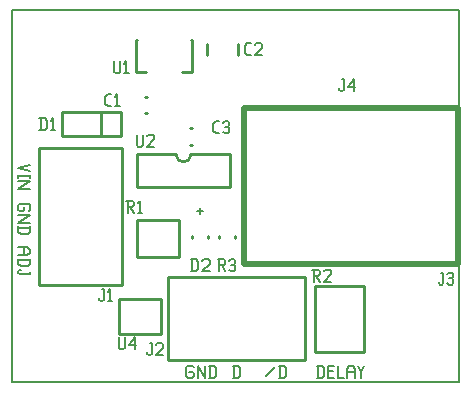
<source format=gbr>
G04 start of page 9 for group -4079 idx -4079 *
G04 Title: (unknown), topsilk *
G04 Creator: pcb 20140316 *
G04 CreationDate: Tue 10 May 2016 09:14:39 AM GMT UTC *
G04 For: ndholmes *
G04 Format: Gerber/RS-274X *
G04 PCB-Dimensions (mil): 1500.00 1250.00 *
G04 PCB-Coordinate-Origin: lower left *
%MOIN*%
%FSLAX25Y25*%
%LNTOPSILK*%
%ADD82C,0.0200*%
%ADD81C,0.0100*%
%ADD80C,0.0060*%
%ADD79C,0.0080*%
G54D79*X500Y500D02*X149500D01*
Y124500D01*
X500D01*
Y500D01*
G54D80*X60500Y6000D02*X61000Y5500D01*
X59000Y6000D02*X60500D01*
X58500Y5500D02*X59000Y6000D01*
X58500Y5500D02*Y2500D01*
X59000Y2000D01*
X60500D01*
X61000Y2500D01*
Y3500D02*Y2500D01*
X60500Y4000D02*X61000Y3500D01*
X59500Y4000D02*X60500D01*
X62200Y6000D02*Y2000D01*
Y6000D02*X64700Y2000D01*
Y6000D02*Y2000D01*
X66400Y6000D02*Y2000D01*
X67700Y6000D02*X68400Y5300D01*
Y2700D01*
X67700Y2000D02*X68400Y2700D01*
X65900Y2000D02*X67700D01*
X65900Y6000D02*X67700D01*
X85000Y2500D02*X88000Y5500D01*
X89700Y6000D02*Y2000D01*
X91000Y6000D02*X91700Y5300D01*
Y2700D01*
X91000Y2000D02*X91700Y2700D01*
X89200Y2000D02*X91000D01*
X89200Y6000D02*X91000D01*
X102500D02*Y2000D01*
X103800Y6000D02*X104500Y5300D01*
Y2700D01*
X103800Y2000D02*X104500Y2700D01*
X102000Y2000D02*X103800D01*
X102000Y6000D02*X103800D01*
X105700Y4200D02*X107200D01*
X105700Y2000D02*X107700D01*
X105700Y6000D02*Y2000D01*
Y6000D02*X107700D01*
X108900D02*Y2000D01*
X110900D01*
X112100Y5000D02*Y2000D01*
Y5000D02*X112800Y6000D01*
X113900D01*
X114600Y5000D01*
Y2000D01*
X112100Y4000D02*X114600D01*
X115800Y6000D02*X116800Y4000D01*
X117800Y6000D01*
X116800Y4000D02*Y2000D01*
X74500Y6000D02*Y2000D01*
X75800Y6000D02*X76500Y5300D01*
Y2700D01*
X75800Y2000D02*X76500Y2700D01*
X74000Y2000D02*X75800D01*
X74000Y6000D02*X75800D01*
X6500Y73000D02*X2500Y72000D01*
X6500Y71000D01*
Y69800D02*Y68800D01*
X2500Y69300D02*X6500D01*
X2500Y69800D02*Y68800D01*
Y67600D02*X6500D01*
X2500Y65100D01*
X6500D01*
Y58000D02*X6000Y57500D01*
X6500Y59500D02*Y58000D01*
X6000Y60000D02*X6500Y59500D01*
X3000Y60000D02*X6000D01*
X3000D02*X2500Y59500D01*
Y58000D01*
X3000Y57500D01*
X4000D01*
X4500Y58000D02*X4000Y57500D01*
X4500Y59000D02*Y58000D01*
X2500Y56300D02*X6500D01*
X2500Y53800D01*
X6500D01*
X2500Y52100D02*X6500D01*
Y50800D02*X5800Y50100D01*
X3200D02*X5800D01*
X2500Y50800D02*X3200Y50100D01*
X2500Y52600D02*Y50800D01*
X6500Y52600D02*Y50800D01*
X2500Y45500D02*X5500D01*
X6500Y44800D01*
Y43700D01*
X5500Y43000D01*
X2500D02*X5500D01*
X4500Y45500D02*Y43000D01*
X2500Y41300D02*X6500D01*
Y40000D02*X5800Y39300D01*
X3200D02*X5800D01*
X2500Y40000D02*X3200Y39300D01*
X2500Y41800D02*Y40000D01*
X6500Y41800D02*Y40000D01*
Y37400D02*Y36600D01*
X3000D02*X6500D01*
X2500Y37100D02*X3000Y36600D01*
X2500Y37600D02*Y37100D01*
X3000Y38100D02*X2500Y37600D01*
X3000Y38100D02*X3500D01*
X62000Y57500D02*X64000D01*
X63000Y58500D02*Y56500D01*
G54D81*X55890Y54799D02*Y42201D01*
X42110D02*X55890D01*
X42110Y54799D02*Y42201D01*
Y54799D02*X55890D01*
X60245Y49393D02*Y48607D01*
X65755Y49393D02*Y48607D01*
X36000Y16500D02*X49900D01*
Y28300D02*Y16500D01*
X36000Y28300D02*X49900D01*
X36000D02*Y16500D01*
X74755Y49393D02*Y48607D01*
X69245Y49393D02*Y48607D01*
X52500Y8000D02*X98169D01*
Y35559D02*Y8000D01*
X52500Y35559D02*X98169D01*
X52500D02*Y8000D01*
G54D82*X77700Y92000D02*X149000D01*
X77700Y40000D02*X149000D01*
X77700Y92000D02*Y40000D01*
X149000D02*X149020Y92000D01*
G54D81*X117600Y10500D02*X101400D01*
X117600Y32500D02*X101400D01*
X117600Y10500D02*Y32500D01*
X101400Y10500D02*Y32500D01*
X75814Y113468D02*Y109532D01*
X65186Y113468D02*Y109532D01*
X59607Y79745D02*X60393D01*
X59607Y85255D02*X60393D01*
X17100Y90500D02*X36800D01*
X17100Y82500D02*X36800D01*
Y90500D02*Y82500D01*
X17100Y90500D02*Y82500D01*
X30000Y90500D02*Y82500D01*
X44607Y95755D02*X45393D01*
X44607Y90245D02*X45393D01*
X60250Y114480D02*Y103850D01*
X41750Y114480D02*Y103850D01*
X57000D02*X60250D01*
X41750D02*X45000D01*
X60071Y114480D02*X60250D01*
X41750D02*X41929D01*
X41934Y76488D02*Y65512D01*
X73066D01*
Y76488D02*Y65512D01*
X41934Y76488D02*X55000D01*
X60000D02*X73066D01*
X55000D02*G75*G03X60000Y76488I2500J0D01*G01*
X9500Y78500D02*Y32831D01*
X37059D01*
Y78500D02*Y32831D01*
X9500Y78500D02*X37059D01*
G54D80*X143357Y37000D02*X144157D01*
Y33500D01*
X143657Y33000D02*X144157Y33500D01*
X143157Y33000D02*X143657D01*
X142657Y33500D02*X143157Y33000D01*
X142657Y34000D02*Y33500D01*
X145357Y36500D02*X145857Y37000D01*
X146857D01*
X147357Y36500D01*
X146857Y33000D02*X147357Y33500D01*
X145857Y33000D02*X146857D01*
X145357Y33500D02*X145857Y33000D01*
Y35200D02*X146857D01*
X147357Y36500D02*Y35700D01*
Y34700D02*Y33500D01*
Y34700D02*X146857Y35200D01*
X147357Y35700D02*X146857Y35200D01*
X110200Y101500D02*X111000D01*
Y98000D01*
X110500Y97500D02*X111000Y98000D01*
X110000Y97500D02*X110500D01*
X109500Y98000D02*X110000Y97500D01*
X109500Y98500D02*Y98000D01*
X112200Y99000D02*X114200Y101500D01*
X112200Y99000D02*X114700D01*
X114200Y101500D02*Y97500D01*
X100500Y38000D02*X102500D01*
X103000Y37500D01*
Y36500D01*
X102500Y36000D02*X103000Y36500D01*
X101000Y36000D02*X102500D01*
X101000Y38000D02*Y34000D01*
X101800Y36000D02*X103000Y34000D01*
X104200Y37500D02*X104700Y38000D01*
X106200D01*
X106700Y37500D01*
Y36500D01*
X104200Y34000D02*X106700Y36500D01*
X104200Y34000D02*X106700D01*
X30200Y31500D02*X31000D01*
Y28000D01*
X30500Y27500D02*X31000Y28000D01*
X30000Y27500D02*X30500D01*
X29500Y28000D02*X30000Y27500D01*
X29500Y28500D02*Y28000D01*
X32200Y30700D02*X33000Y31500D01*
Y27500D01*
X32200D02*X33700D01*
X78700Y109500D02*X80000D01*
X78000Y110200D02*X78700Y109500D01*
X78000Y112800D02*Y110200D01*
Y112800D02*X78700Y113500D01*
X80000D01*
X81200Y113000D02*X81700Y113500D01*
X83200D01*
X83700Y113000D01*
Y112000D01*
X81200Y109500D02*X83700Y112000D01*
X81200Y109500D02*X83700D01*
X34500Y107500D02*Y104000D01*
X35000Y103500D01*
X36000D01*
X36500Y104000D01*
Y107500D02*Y104000D01*
X37700Y106700D02*X38500Y107500D01*
Y103500D01*
X37700D02*X39200D01*
X10000Y88500D02*Y84500D01*
X11300Y88500D02*X12000Y87800D01*
Y85200D01*
X11300Y84500D02*X12000Y85200D01*
X9500Y84500D02*X11300D01*
X9500Y88500D02*X11300D01*
X13200Y87700D02*X14000Y88500D01*
Y84500D01*
X13200D02*X14700D01*
X32200Y92500D02*X33500D01*
X31500Y93200D02*X32200Y92500D01*
X31500Y95800D02*Y93200D01*
Y95800D02*X32200Y96500D01*
X33500D01*
X34700Y95700D02*X35500Y96500D01*
Y92500D01*
X34700D02*X36200D01*
X42000Y83000D02*Y79500D01*
X42500Y79000D01*
X43500D01*
X44000Y79500D01*
Y83000D02*Y79500D01*
X45200Y82500D02*X45700Y83000D01*
X47200D01*
X47700Y82500D01*
Y81500D01*
X45200Y79000D02*X47700Y81500D01*
X45200Y79000D02*X47700D01*
X38500Y61000D02*X40500D01*
X41000Y60500D01*
Y59500D01*
X40500Y59000D02*X41000Y59500D01*
X39000Y59000D02*X40500D01*
X39000Y61000D02*Y57000D01*
X39800Y59000D02*X41000Y57000D01*
X42200Y60200D02*X43000Y61000D01*
Y57000D01*
X42200D02*X43700D01*
X68200Y83500D02*X69500D01*
X67500Y84200D02*X68200Y83500D01*
X67500Y86800D02*Y84200D01*
Y86800D02*X68200Y87500D01*
X69500D01*
X70700Y87000D02*X71200Y87500D01*
X72200D01*
X72700Y87000D01*
X72200Y83500D02*X72700Y84000D01*
X71200Y83500D02*X72200D01*
X70700Y84000D02*X71200Y83500D01*
Y85700D02*X72200D01*
X72700Y87000D02*Y86200D01*
Y85200D02*Y84000D01*
Y85200D02*X72200Y85700D01*
X72700Y86200D02*X72200Y85700D01*
X60500Y41500D02*Y37500D01*
X61800Y41500D02*X62500Y40800D01*
Y38200D01*
X61800Y37500D02*X62500Y38200D01*
X60000Y37500D02*X61800D01*
X60000Y41500D02*X61800D01*
X63700Y41000D02*X64200Y41500D01*
X65700D01*
X66200Y41000D01*
Y40000D01*
X63700Y37500D02*X66200Y40000D01*
X63700Y37500D02*X66200D01*
X69000Y41500D02*X71000D01*
X71500Y41000D01*
Y40000D01*
X71000Y39500D02*X71500Y40000D01*
X69500Y39500D02*X71000D01*
X69500Y41500D02*Y37500D01*
X70300Y39500D02*X71500Y37500D01*
X72700Y41000D02*X73200Y41500D01*
X74200D01*
X74700Y41000D01*
X74200Y37500D02*X74700Y38000D01*
X73200Y37500D02*X74200D01*
X72700Y38000D02*X73200Y37500D01*
Y39700D02*X74200D01*
X74700Y41000D02*Y40200D01*
Y39200D02*Y38000D01*
Y39200D02*X74200Y39700D01*
X74700Y40200D02*X74200Y39700D01*
X36000Y15500D02*Y12000D01*
X36500Y11500D01*
X37500D01*
X38000Y12000D01*
Y15500D02*Y12000D01*
X39200Y13000D02*X41200Y15500D01*
X39200Y13000D02*X41700D01*
X41200Y15500D02*Y11500D01*
X46200Y13500D02*X47000D01*
Y10000D01*
X46500Y9500D02*X47000Y10000D01*
X46000Y9500D02*X46500D01*
X45500Y10000D02*X46000Y9500D01*
X45500Y10500D02*Y10000D01*
X48200Y13000D02*X48700Y13500D01*
X50200D01*
X50700Y13000D01*
Y12000D01*
X48200Y9500D02*X50700Y12000D01*
X48200Y9500D02*X50700D01*
M02*

</source>
